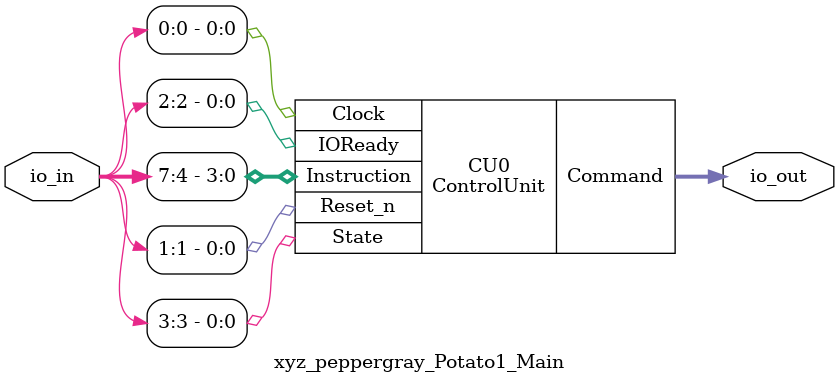
<source format=v>

`default_nettype none

localparam CPU_INSTR_WITH   = 4;
localparam CPU_INSTR_NUM    = 9;
localparam CPU_MODE_WITH    = 3;
localparam CPU_STAT_WITH    = 1;
localparam CPU_CNTRL_WITH   = 9;
localparam CPU_CMD_WITH     = 8;
localparam CPU_LOOPCTR_WITH = 32;

localparam CTRL_X_INC  = 0;
localparam CTRL_X_DEC  = 1;
localparam CTRL_A_INC  = 2;
localparam CTRL_A_DEC  = 3;
localparam CTRL_PUT    = 4;
localparam CTRL_GET    = 5;
localparam CTRL_LOOP   = 6;
localparam CTRL_DONE   = 7;
localparam CTRL_HALT   = 8;

localparam X_PC_INC  = 0;
localparam X_PC_DEC  = 1;

localparam CMD_OFFSET = 2;

localparam MODE_REVERSE = 0;
localparam MODE_SKIPCMD = 1;
localparam MODE_WAIT_IO = 2;

localparam STAT_ZERO = 0;

module InstructionDecode
 #(parameter INSTR_WITH = CPU_INSTR_WITH,
   parameter INSTR_NUM = CPU_INSTR_NUM)(
  input Reset_n,
  input Clock,
  input [INSTR_WITH-1:0] Instruction,
  output [CPU_INSTR_NUM-1:0] MicroInstruction
 );
  
  reg [INSTR_WITH-1:0] instruction;
  reg [CPU_INSTR_NUM-1:0] microInstruction;

  assign MicroInstruction = microInstruction;

  always @(posedge Clock or negedge Reset_n) begin
    if(~Reset_n) begin
      instruction <= 4'b1111;
    end
    else begin
      instruction <= Instruction;
    end
  end

  always @ * begin
    case(instruction)
      4'b0000: begin microInstruction <= (1 << CTRL_X_INC); end
      4'b0001: begin microInstruction <= (1 << CTRL_X_DEC); end
      4'b0010: begin microInstruction <= (1 << CTRL_A_INC); end
      4'b0011: begin microInstruction <= (1 << CTRL_A_DEC); end
      4'b0100: begin microInstruction <= (1 << CTRL_PUT);   end
      4'b0101: begin microInstruction <= (1 << CTRL_GET);   end
      4'b0110: begin microInstruction <= (1 << CTRL_LOOP);  end
      4'b0111: begin microInstruction <= (1 << CTRL_DONE);  end
      4'b1111: begin microInstruction <= (1 << CTRL_HALT);  end
      default: begin microInstruction <= 0; /* CTRL_NOP */  end
    endcase
  end

endmodule

module StateRegister
 #(parameter STAT_WITH = CPU_STAT_WITH)(
  input Reset_n,
  input Clock,
  input [STAT_WITH-1:0] State,
  output ZeroFlag
);

  reg [STAT_WITH-1:0] state;

  assign ZeroFlag = state[STAT_ZERO];

  always @(posedge Clock or negedge Reset_n) begin
    if(~Reset_n) begin
      state <= 0;
    end
    else begin
      state <= State;
    end
  end

endmodule

module ExecutionMode
 #(parameter MODE_WITH = CPU_MODE_WITH)(
  input Reset_n,
  input Set_Reverse,
  input Clr_Reverse,
  input Set_SkipCmd,
  input Clr_SkipCmd,
  input Set_WaitIO,
  input Clr_WaitIO,
  output Reverse,
  output SkipCmd,
  output WaitIO
);


  wire [MODE_WITH-1:0] Set;
  wire [MODE_WITH-1:0] Clr;
  reg [MODE_WITH-1:0] Val;
  wire [MODE_WITH-1:0] trigger;

  assign Set[MODE_REVERSE] = Set_Reverse;
  assign Clr[MODE_REVERSE] = Clr_Reverse;
  assign Reverse = Val[MODE_REVERSE];
  
  assign Set[MODE_SKIPCMD] = Set_SkipCmd;
  assign Clr[MODE_SKIPCMD] = Clr_SkipCmd;
  assign SkipCmd = Val[MODE_SKIPCMD];
  
  assign Set[MODE_WAIT_IO] = Set_WaitIO;
  assign Clr[MODE_WAIT_IO] = Clr_WaitIO;
  assign WaitIO = Val[MODE_WAIT_IO];
  
  genvar i;

  generate
    for(i = 0; i < MODE_WITH; i = i+1)
    begin: Gen_StatusRegisters

      assign trigger[i] = Set[i] || Clr[i];

      always @(posedge trigger[i] or negedge Reset_n) begin
        if(~Reset_n) begin
          Val[i] <= 0;
        end
        else if(Set[i]) begin
          Val[i] <= 1;
        end
        else begin
          Val[i] <= 0;
        end
      end
    end
  endgenerate

endmodule

module LoopControl
#(parameter MODE_WITH = CPU_MODE_WITH,
  parameter STAT_WITH = CPU_STAT_WITH,
  parameter INSTR_NUM = CPU_INSTR_NUM)(
  input Reset_n,
  input Clock,
  input ZeroFlag,
  input [INSTR_NUM-1:0] MicroInstruction,
  output Reverse,
  output SkipCmd
);

  reg reverse;
  reg skipCmd;  
  assign Reverse = setReverse ? 1 : clrReverse ? 0 : reverse;
  assign SkipCmd = setSkipCmd ? 1 : clrSkipCmd ? 0 : skipCmd;

  wire Loop = MicroInstruction[CTRL_LOOP];
  wire Done = MicroInstruction[CTRL_DONE];

  wire setSkipCmd_L =!reverse && !skipCmd & ZeroFlag;
  wire clrReverse_L = reverse && markMatch;
  wire clrSkipCmd_L = skipCmd && clrReverse;

  wire setReverse_D = !reverse && !skipCmd && !ZeroFlag;
  wire setSkipCmd_D = setReverse;
  wire clrSkipCmd_D = skipCmd && markMatch;

  wire setSkipCmd = Loop ? setSkipCmd_L : Done ? setSkipCmd_D : 0;
  wire clrSkipCmd = Loop ? clrSkipCmd_L : Done ? clrSkipCmd_D : 0;
  wire setReverse = Done ? setReverse_D : 0;
  wire clrReverse = Loop ? clrReverse_L : 0;

  wire Count = !((!reverse && setReverse) || (reverse && clrReverse));
  wire Up    = (Reverse ? Done : Loop);
  wire Down  = (Reverse ? Loop : Done);
  wire Store = setSkipCmd;
  
  reg [CPU_LOOPCTR_WITH-1:0] LoopCounter;
  reg [CPU_LOOPCTR_WITH-1:0] LoopJmpMark;
  wire markMatch     = (LoopJmpMark == LoopCounter);

  always @(negedge Clock or negedge Reset_n) begin
    if(~Reset_n) begin
      LoopCounter <= 0;
      LoopJmpMark <= 0;
      reverse     <= 0;
      skipCmd     <= 0;
    end
    else begin

      if(Count) begin    
        LoopCounter <= LoopCounter + (Count ? (Up ? 1 : Down ? -1 : 0) : 0);
      end
      
      if(Store) begin
        LoopJmpMark <= LoopCounter + (Count ? (Up ? 1 : Down ? -1 : 0) : 0);
      end

      if(clrReverse) begin
        reverse <= 0;
      end
      else if(setReverse) begin
        reverse <= 1;
      end

      if(clrSkipCmd) begin
        skipCmd <= 0;
      end
      else if(setSkipCmd) begin
        skipCmd     <= 1;
      end

    end
  end

endmodule

module ExecutionControl
#(parameter INSTR_NUM = CPU_INSTR_NUM,
  parameter CNTRL_WITH = CPU_CNTRL_WITH)(
  input Reset_n,
  input [CPU_INSTR_NUM-1:0] MicroInstruction,
  input SkipCmd,
  input IOReady,
  input IOActivity,
  output [CNTRL_WITH-1:0] Control,
  output WaitIO 
);
  reg waitIO;
  assign WaitIO  = waitIO && !IOReady; 

  always @ * begin
    if(~Reset_n) begin
      waitIO <= 0;
    end
    else begin
      if(IOActivity || (waitIO & !IOReady)) begin
        waitIO <= 1;
      end
      else begin
        waitIO <= 0;
      end
    end
  end

  reg [CNTRL_WITH-1:0] control;
  assign Control = control;
  
  always @ * begin
    if(~Reset_n) begin
      control <= 0;
    end
    else begin
      if(WaitIO) begin
        control <= control;
      end
      else if(SkipCmd) begin
        control <= 0;
      end
      else begin
        control <= MicroInstruction;
      end
    end
  end

endmodule

module ProgramCounter(
  input ReverseDirection,
  input Halt,
  input Mode_WaitIO,
  output [1:0] Control_PC
);

  assign Control_PC[X_PC_INC] =  !ReverseDirection && !(Halt || Mode_WaitIO);
  assign Control_PC[X_PC_DEC] =   ReverseDirection && !(Halt || Mode_WaitIO);

endmodule

module OutputController
#(parameter CNTRL_WITH = CPU_CNTRL_WITH,
  parameter CMD_WITH   = CPU_CMD_WITH)(
  input Reset_n,
  input Clock,
  input [1:0] ProgramCounter,
  input [CNTRL_WITH-1:0] Control,
  output [CMD_WITH-1:0] Command,
  output IOActivity
);

  reg [CMD_WITH-1:0] command;
  assign Command = command;
  assign IOActivity = (command[CMD_OFFSET + CTRL_GET] || command[CMD_OFFSET + CTRL_PUT]);

  always @(negedge Clock or negedge Reset_n) begin
    if(~Reset_n) begin
      command <= 0;
    end
    else begin
      command <= { Control[5:0], ProgramCounter[1:0]};
    end
  end

endmodule

module ControlUnit
#(parameter INSTR_WITH = CPU_INSTR_WITH,
  parameter INSTR_NUM  = CPU_INSTR_NUM,
  parameter MODE_WITH  = CPU_MODE_WITH,
  parameter STAT_WITH  = CPU_STAT_WITH,
  parameter CNTRL_WITH = CPU_CNTRL_WITH,
  parameter CMD_WITH   = CPU_CMD_WITH)(
  input Clock,
  input Reset_n,
  input IOReady,
  input [STAT_WITH-1:0] State,
  input [INSTR_WITH-1:0] Instruction,
  output [CMD_WITH-1:0] Command
  );

  wire [CPU_INSTR_NUM-1:0] MicroInstruction;
  wire [CNTRL_WITH-1:0] Control;
  wire [1:0]            Control_PC;

  wire ZeroFlag;

  wire Set_Reverse;
  wire Clr_Reverse;
  wire Set_SkipCmd;
  wire Clr_SkipCmd;
  wire Set_WaitIO;
  wire Clr_WaitIO;
  wire Reverse;
  wire SkipCmd;
  wire WaitIO;

  wire IOActivity;

  InstructionDecode 
    #(INSTR_WITH, CNTRL_WITH) 
    Decode(Reset_n, Clock, Instruction, 
    MicroInstruction);

  StateRegister
    #(STAT_WITH)
    StateReg(Reset_n, Clock, State,
    ZeroFlag);

  LoopControl
    #(MODE_WITH, STAT_WITH, INSTR_NUM) 
    Loop(Reset_n, Clock, ZeroFlag, MicroInstruction, 
    Reverse, SkipCmd
    );

  ExecutionControl
    #(INSTR_NUM, CNTRL_WITH)
    Exec(Reset_n, MicroInstruction, SkipCmd, IOReady, IOActivity,
        Control, WaitIO);

  ProgramCounter
    PC(Reverse, Control[CTRL_HALT], WaitIO, 
    Control_PC);

  OutputController
    #(CNTRL_WITH, CMD_WITH) 
    Out(Reset_n, Clock, Control_PC, Control, 
    Command, IOActivity);

endmodule

module xyz_peppergray_Potato1_Main(
  input [7:0] io_in,
  output [7:0] io_out
);

ControlUnit CU0(io_in[0],io_in[1],io_in[2],io_in[3],io_in[7:4],io_out);

endmodule

</source>
